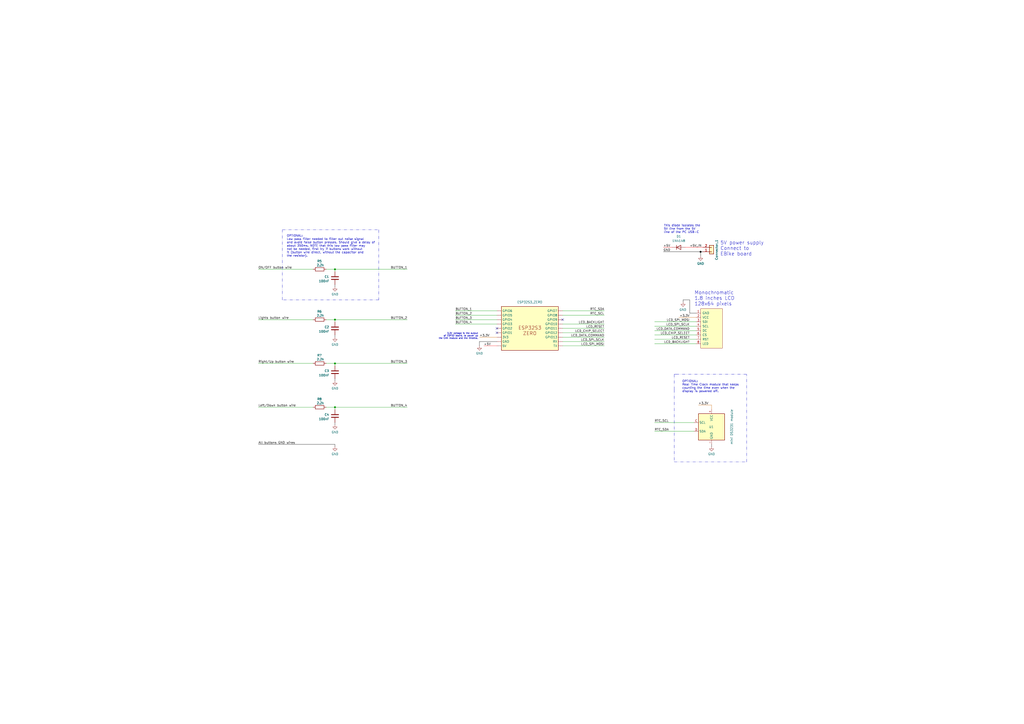
<source format=kicad_sch>
(kicad_sch (version 20250114) (generator "eeschema") (generator_version "9.0")
  (paper "A2")
  (lib_symbols
    (symbol "Connector_Generic:Conn_01x02" (pin_names (offset 1.016) (hide yes))
      (property "Reference" "J" (at 0 2.54 0))
      (property "Value" "Conn_01x02" (at 0 -5.08 0))
      (symbol "Conn_01x02_1_1"
        (rectangle (start -1.27 1.27) (end 1.27 -3.81) (stroke (width 0.254)) (fill (type background)))
        (rectangle (start -1.27 0.127) (end 0 -0.127) (stroke (width 0.1524)))
        (rectangle (start -1.27 -2.413) (end 0 -2.667) (stroke (width 0.1524)))
        (pin passive line (at -5.08 0 0) (length 3.81) (name "Pin_1") (number "1"))
        (pin passive line (at -5.08 -2.54 0) (length 3.81) (name "Pin_2") (number "2"))
      )
    )
    (symbol "Device:C" (pin_numbers (hide yes)) (pin_names (offset 0.254))
      (property "Reference" "C" (at 0.635 2.54 0))
      (property "Value" "C" (at 0.635 -2.54 0))
      (symbol "C_0_1"
        (polyline (pts (xy -2.032 0.762) (xy 2.032 0.762)) (stroke (width 0.508)))
        (polyline (pts (xy -2.032 -0.762) (xy 2.032 -0.762)) (stroke (width 0.508)))
      )
      (symbol "C_1_1"
        (pin passive line (at 0 3.81 270) (length 2.794) (name "~") (number "1"))
        (pin passive line (at 0 -3.81 90) (length 2.794) (name "~") (number "2"))
      )
    )
    (symbol "Device:R" (pin_numbers (hide yes)) (pin_names (offset 0))
      (property "Reference" "R" (at 2.032 0 90))
      (property "Value" "R" (at 0 0 90))
      (symbol "R_0_1"
        (rectangle (start -1.016 -2.54) (end 1.016 2.54) (stroke (width 0.254)))
      )
      (symbol "R_1_1"
        (pin passive line (at 0 3.81 270) (length 1.27) (name "~") (number "1"))
        (pin passive line (at 0 -3.81 90) (length 1.27) (name "~") (number "2"))
      )
    )
    (symbol "Diode:1N4148" (pin_numbers (hide yes)) (pin_names (hide yes))
      (property "Reference" "D" (at 0 2.54 0))
      (property "Value" "1N4148" (at 0 -2.54 0))
      (symbol "1N4148_0_1"
        (polyline (pts (xy -1.27 1.27) (xy -1.27 -1.27)) (stroke (width 0.254)))
        (polyline (pts (xy 1.27 1.27) (xy 1.27 -1.27) (xy -1.27 0) (xy 1.27 1.27)) (stroke (width 0.254)))
        (polyline (pts (xy 1.27 0) (xy -1.27 0)))
      )
      (symbol "1N4148_1_1"
        (pin passive line (at -3.81 0 0) (length 2.54) (name "K") (number "1"))
        (pin passive line (at 3.81 0 180) (length 2.54) (name "A") (number "2"))
      )
    )
    (symbol "esp32-s3-zero:ESP32-C3-MINI-1"
      (property "Reference" "U2" (at 0 17.78 0))
      (property "Value" "ESP32S3_ZERO" (at 0 15.24 0))
      (symbol "ESP32-C3-MINI-1_0_1"
        (rectangle (start -16.51 12.7) (end 16.51 -12.7) (stroke (width 0.254)) (fill (type background)))
      )
      (symbol "ESP32-C3-MINI-1_1_1"
        (text "ESP32S3\nZERO" (at 0 -1.27 0) (effects (font (size 2 2))))
        (pin bidirectional line (at -19.05 10.16 0) (length 2.54) (name "GPIO6") (number ""))
        (pin bidirectional line (at -19.05 7.62 0) (length 2.54) (name "GPIO5") (number ""))
        (pin bidirectional line (at -19.05 5.08 0) (length 2.54) (name "GPIO4") (number ""))
        (pin bidirectional line (at -19.05 2.54 0) (length 2.54) (name "GPIO3") (number ""))
        (pin bidirectional line (at -19.05 0 0) (length 2.54) (name "GPIO2") (number ""))
        (pin bidirectional line (at -19.05 -2.54 0) (length 2.54) (name "GPIO1") (number ""))
        (pin power_in line (at -19.05 -5.08 0) (length 2.54) (name "3V3") (number ""))
        (pin power_in line (at -19.05 -7.62 0) (length 2.54) (name "GND") (number ""))
        (pin power_in line (at -19.05 -10.16 0) (length 2.54) (name "5V") (number ""))
        (pin bidirectional line (at 19.05 10.16 180) (length 2.54) (name "GPIO7") (number ""))
        (pin bidirectional line (at 19.05 7.62 180) (length 2.54) (name "GPIO8") (number ""))
        (pin bidirectional line (at 19.05 5.08 180) (length 2.54) (name "GPIO9") (number ""))
        (pin bidirectional line (at 19.05 2.54 180) (length 2.54) (name "GPIO10") (number ""))
        (pin bidirectional line (at 19.05 0 180) (length 2.54) (name "GPIO11") (number ""))
        (pin bidirectional line (at 19.05 -2.54 180) (length 2.54) (name "GPIO12") (number ""))
        (pin bidirectional line (at 19.05 -5.08 180) (length 2.54) (name "GPIO13") (number ""))
        (pin bidirectional line (at 19.05 -7.62 180) (length 2.54) (name "RX") (number ""))
        (pin bidirectional line (at 19.05 -10.16 180) (length 2.54) (name "TX") (number ""))
      )
    )
    (symbol "mini_ds3231_module:mini_DS3231_module"
      (property "Reference" "U" (at -5.08 8.89 0))
      (property "Value" "DS3231" (at 5.588 0.508 0))
      (symbol "mini_DS3231_module_0_1"
        (rectangle (start -7.62 7.62) (end 7.62 -7.62) (stroke (width 0.254)) (fill (type background)))
      )
      (symbol "mini_DS3231_module_1_1"
        (pin input line (at -10.16 2.54 0) (length 2.54) (name "SCL") (number "C"))
        (pin bidirectional line (at -10.16 -2.54 0) (length 2.54) (name "SDA") (number "D"))
        (pin power_in line (at 0 10.16 270) (length 2.54) (name "VCC") (number "+"))
        (pin power_in line (at 0 -10.16 90) (length 2.54) (name "GND") (number "-"))
      )
    )
    (symbol "power:GND" (power) (pin_names (offset 0))
      (property "Value" "GND" (at 0 -3.81 0))
      (symbol "GND_0_1"
        (polyline (pts (xy 0 0) (xy 0 -1.27) (xy 1.27 -1.27) (xy 0 -2.54) (xy -1.27 -1.27) (xy 0 -1.27)))
      )
      (symbol "GND_1_1"
        (pin power_in line (at 0 0 270) (length 0) (hide yes) (name "GND") (number "1"))
      )
    )
    (symbol "schematic-OLED_SPI-Bafang_M500_M600-rescue:SSD1306-SPI-OLED-schematic-rescue" (pin_names (offset 1.016))
      (symbol "SSD1306-SPI-OLED-schematic-rescue_0_1"
        (rectangle (start -6.35 11.43) (end 6.35 -11.43) (fill (type background)))
      )
      (symbol "SSD1306-SPI-OLED-schematic-rescue_1_1"
        (pin input line (at -8.89 8.89 0) (length 2.54) (name "GND") (number "1"))
        (pin input line (at -8.89 6.35 0) (length 2.54) (name "VCC") (number "2"))
        (pin input line (at -8.89 3.81 0) (length 2.54) (name "SDI") (number "3"))
        (pin input line (at -8.89 1.27 0) (length 2.54) (name "SCL") (number "4"))
        (pin input line (at -8.89 -1.27 0) (length 2.54) (name "DC") (number "5"))
        (pin input line (at -8.89 -3.81 0) (length 2.54) (name "CS") (number "6"))
        (pin input line (at -8.89 -6.35 0) (length 2.54) (name "RST") (number "7"))
        (pin input line (at -8.89 -8.89 0) (length 2.54) (name "LED") (number "8"))
      )
    )
  )
  (text "3.3V voltage is the output\nof ESP32 board, to power up\nthe CAN module and the throttle." (at 277.368 196.85 0) (effects (font (size 0.889 0.889)) (justify right bottom)))
  (text "OPTIONAL:\nLow pass filter needed to filter out noise signal\nand avoid false button presses. Should give a delay of\nabout 350ms. NOTE that this low pass filter may\nnot be needed, first try if buttons work without\nit (button wire direct, without the capacitor and\nthe resistor).\n\n" (at 166.37 151.13 0) (effects (font (size 1.2 1.2)) (justify left bottom)))
  (text "OPTIONAL:\nReal Time Clock module that keeps\ncounting the time even when the\ndisplay is powered off.\n\n\n" (at 395.732 231.648 0) (effects (font (size 1.2 1.2)) (justify left bottom)))
  (text "5V power supply\nConnect to\nEBike board" (at 417.83 148.59 0) (effects (font (size 2.0066 2.0066)) (justify left bottom)))
  (text "Monochromatic\n1.8 inches LCD\n128x64 pixels" (at 402.844 177.546 0) (effects (font (size 2.0066 2.0066)) (justify left bottom)))
  (text "This diode isolates the\n5V line from the 5V\nline of the PC USB-C\n " (at 385.064 137.414 0) (effects (font (size 1.2 1.2)) (justify left bottom)))
  (junction (at 194.31 185.42))
  (junction (at 194.31 210.82))
  (junction (at 194.31 156.21))
  (junction (at 194.31 236.22))
  (junction (at 406.4 146.05) (color 0 0 0 1))
  (no_connect (at 288.29 193.04))
  (no_connect (at 326.39 185.42))
  (no_connect (at 288.29 190.5))
  (wire (pts (xy 350.52 182.88) (xy 326.39 182.88)))
  (wire (pts (xy 194.31 156.21) (xy 236.22 156.21)))
  (polyline (pts (xy 433.07 267.97) (xy 433.07 217.17)) (stroke (width 0) (type dash_dot_dot)))
  (wire (pts (xy 194.31 257.81) (xy 149.86 257.81)) (stroke (width 0) (color 0 0 0 1)))
  (wire (pts (xy 194.31 185.42) (xy 236.22 185.42)))
  (wire (pts (xy 350.52 193.04) (xy 326.39 193.04)))
  (wire (pts (xy 402.59 245.11) (xy 379.73 245.11)))
  (wire (pts (xy 264.16 180.34) (xy 288.29 180.34)))
  (polyline (pts (xy 219.71 133.35) (xy 219.71 173.99)) (stroke (width 0) (type dash_dot_dot)))
  (wire (pts (xy 403.86 186.69) (xy 379.73 186.69)))
  (wire (pts (xy 189.23 185.42) (xy 194.31 185.42)))
  (wire (pts (xy 280.67 200.66) (xy 288.29 200.66)) (stroke (width 0) (color 255 0 0 1)))
  (wire (pts (xy 350.52 198.12) (xy 326.39 198.12)))
  (wire (pts (xy 400.05 181.61) (xy 400.05 173.99)) (stroke (width 0) (color 0 0 0 1)))
  (wire (pts (xy 407.67 146.05) (xy 406.4 146.05)) (stroke (width 0) (color 0 0 0 1)))
  (wire (pts (xy 326.39 200.66) (xy 350.52 200.66)))
  (polyline (pts (xy 219.71 173.99) (xy 163.83 173.99)) (stroke (width 0) (type dash_dot_dot)))
  (wire (pts (xy 194.31 156.21) (xy 194.31 157.48)))
  (wire (pts (xy 189.23 156.21) (xy 194.31 156.21)))
  (wire (pts (xy 264.16 182.88) (xy 288.29 182.88)))
  (wire (pts (xy 400.05 173.99) (xy 396.24 173.99)) (stroke (width 0) (color 0 0 0 1)))
  (polyline (pts (xy 391.16 226.06) (xy 391.16 267.97)) (stroke (width 0) (type dash_dot_dot)))
  (wire (pts (xy 149.86 210.82) (xy 181.61 210.82)))
  (wire (pts (xy 350.52 187.96) (xy 326.39 187.96)))
  (wire (pts (xy 189.23 210.82) (xy 194.31 210.82)))
  (wire (pts (xy 194.31 194.31) (xy 194.31 195.58)) (stroke (width 0) (color 0 0 0 1)))
  (polyline (pts (xy 391.16 217.17) (xy 391.16 226.06)) (stroke (width 0) (type dash_dot_dot)))
  (wire (pts (xy 406.4 146.05) (xy 384.81 146.05)) (stroke (width 0) (color 0 0 0 1)))
  (wire (pts (xy 403.86 189.23) (xy 379.73 189.23)))
  (wire (pts (xy 194.31 165.1) (xy 194.31 166.37)) (stroke (width 0) (color 0 0 0 1)))
  (wire (pts (xy 350.52 180.34) (xy 326.39 180.34)))
  (wire (pts (xy 403.86 191.77) (xy 379.73 191.77)))
  (wire (pts (xy 403.86 181.61) (xy 400.05 181.61)) (stroke (width 0) (color 0 0 0 1)))
  (wire (pts (xy 412.75 257.81) (xy 412.75 259.08)) (stroke (width 0) (color 0 0 0 1)))
  (wire (pts (xy 194.31 185.42) (xy 194.31 186.69)))
  (wire (pts (xy 181.61 185.42) (xy 149.86 185.42)))
  (wire (pts (xy 194.31 245.11) (xy 194.31 246.38)) (stroke (width 0) (color 0 0 0 1)))
  (wire (pts (xy 194.31 210.82) (xy 236.22 210.82)))
  (wire (pts (xy 278.13 195.58) (xy 288.29 195.58)) (stroke (width 0) (color 204 102 0 1)))
  (wire (pts (xy 350.52 195.58) (xy 326.39 195.58)))
  (wire (pts (xy 194.31 257.81) (xy 194.31 259.08)) (stroke (width 0) (color 0 0 0 1)))
  (wire (pts (xy 189.23 236.22) (xy 194.31 236.22)))
  (wire (pts (xy 407.67 143.51) (xy 397.51 143.51)) (stroke (width 0) (color 255 0 0 1)))
  (polyline (pts (xy 163.83 133.35) (xy 219.71 133.35)) (stroke (width 0) (type dash_dot_dot)))
  (polyline (pts (xy 433.07 217.17) (xy 392.43 217.17)) (stroke (width 0) (type dash_dot_dot)))
  (wire (pts (xy 194.31 236.22) (xy 236.22 236.22)))
  (wire (pts (xy 396.24 173.99) (xy 396.24 175.26)) (stroke (width 0) (color 0 0 0 1)))
  (wire (pts (xy 406.4 146.05) (xy 406.4 148.59)) (stroke (width 0) (color 0 0 0 1)))
  (wire (pts (xy 350.52 190.5) (xy 326.39 190.5)))
  (polyline (pts (xy 163.83 173.99) (xy 163.83 133.35)) (stroke (width 0) (type dash_dot_dot)))
  (wire (pts (xy 403.86 196.85) (xy 379.73 196.85)))
  (wire (pts (xy 264.16 185.42) (xy 288.29 185.42)))
  (wire (pts (xy 181.61 156.21) (xy 149.86 156.21)))
  (wire (pts (xy 403.86 194.31) (xy 379.73 194.31)))
  (wire (pts (xy 412.75 234.95) (xy 412.75 237.49)) (stroke (width 0) (color 204 102 0 1)))
  (polyline (pts (xy 391.16 267.97) (xy 433.07 267.97)) (stroke (width 0) (type dash_dot_dot)))
  (wire (pts (xy 389.89 143.51) (xy 384.81 143.51)) (stroke (width 0) (color 255 0 0 1)))
  (wire (pts (xy 402.59 250.19) (xy 379.73 250.19)))
  (wire (pts (xy 264.16 187.96) (xy 288.29 187.96)))
  (wire (pts (xy 194.31 219.71) (xy 194.31 220.98)) (stroke (width 0) (color 0 0 0 1)))
  (wire (pts (xy 194.31 236.22) (xy 194.31 237.49)))
  (wire (pts (xy 412.75 234.95) (xy 405.13 234.95)) (stroke (width 0) (color 204 102 0 1)))
  (wire (pts (xy 149.86 236.22) (xy 181.61 236.22)))
  (polyline (pts (xy 392.43 217.17) (xy 391.16 217.17)) (stroke (width 0) (type dash_dot_dot)))
  (wire (pts (xy 278.13 198.12) (xy 288.29 198.12)) (stroke (width 0) (color 0 0 0 1)))
  (wire (pts (xy 403.86 199.39) (xy 379.73 199.39)))
  (wire (pts (xy 194.31 210.82) (xy 194.31 212.09)))
  (wire (pts (xy 278.13 198.12) (xy 278.13 200.66)) (stroke (width 0) (color 0 0 0 1)))
  (wire (pts (xy 403.86 184.15) (xy 393.7 184.15)) (stroke (width 0) (color 204 102 0 1)))
  (label "LCD_SPI_MOSI" (at 350.52 200.66 180))
  (label "+5V" (at 280.67 200.66 0))
  (label "ON{slash}OFF button wire" (at 149.86 156.21 0))
  (label "Left{slash}Down button wire" (at 149.86 236.22 0))
  (label "LCD_SPI_MOSI" (at 400.05 186.69 180))
  (label "LCD_SPI_SCLK" (at 400.05 189.23 180))
  (label "Right{slash}Up button wire" (at 149.86 210.82 0))
  (label "BUTTON_2" (at 236.22 185.42 180))
  (label "RTC_SDA" (at 350.52 180.34 180))
  (label "+5V_IN" (at 400.05 143.51 0))
  (label "+3.3V" (at 400.05 184.15 180))
  (label "LCD_BACKLIGHT" (at 400.05 199.39 180))
  (label "BUTTON_4" (at 264.16 187.96 0))
  (label "BUTTON_1" (at 264.16 180.34 0))
  (label "RTC_SCL" (at 350.52 182.88 180))
  (label "LCD_BACKLIGHT" (at 350.52 187.96 180))
  (label "GND" (at 384.81 146.05 0))
  (label "+3.3V" (at 405.13 234.95 0))
  (label "LCD_CHIP_SELECT" (at 350.52 193.04 180))
  (label "RTC_SDA" (at 379.73 250.19 0))
  (label "BUTTON_1" (at 236.22 156.21 180))
  (label "LCD_DATA_COMMAND" (at 400.05 191.77 180))
  (label "All buttons GND wires" (at 149.86 257.81 0))
  (label "BUTTON_4" (at 236.22 236.22 180))
  (label "BUTTON_3" (at 264.16 185.42 0))
  (label "LCD_DATA_COMMAND" (at 350.52 195.58 180))
  (label "LCD_RESET" (at 400.05 196.85 180))
  (label "LCD_CHIP_SELECT" (at 400.05 194.31 180))
  (label "+3.3V" (at 278.13 195.58 0))
  (label "Lights button wire" (at 149.86 185.42 0))
  (label "LCD_RESET" (at 350.52 190.5 180))
  (label "BUTTON_3" (at 236.22 210.82 180))
  (label "RTC_SCL" (at 379.73 245.11 0))
  (label "+5V" (at 384.81 143.51 0))
  (label "BUTTON_2" (at 264.16 182.88 0))
  (label "LCD_SPI_SCLK" (at 350.52 198.12 180))
  (symbol (lib_id "Diode:1N4148") (at 393.7 143.51 0) (mirror x) (unit 1)
    (property "Reference" "D1" (at 393.7 137.16 0))
    (property "Value" "1N4148" (at 393.7 139.7 0))
    (property "Footprint" "Diode_THT:D_DO-35_SOD27_P7.62mm_Horizontal" (effects (hide yes)))
    (property "Datasheet" "https://assets.nexperia.com/documents/data-sheet/1N4148_1N4448.pdf" (effects (hide yes)))
    (property "Description" "100V 0.15A standard switching diode, DO-35" (effects (hide yes)))
    (property "Sim.Device" "D" (effects (hide yes)))
    (property "Sim.Pins" "1=K 2=A" (effects (hide yes)))
  )
  (symbol (lib_id "power:GND") (at 412.75 259.08 0) (unit 1)
    (property "Reference" "#PWR08" (effects (hide yes)))
    (property "Value" "GND" (at 412.75 263.398 0))
  )
  (symbol (lib_id "mini_ds3231_module:mini_DS3231_module") (at 412.75 247.65 0) (unit 1)
    (property "Reference" "U1" (at 411.226 247.65 0) (effects (justify left)))
    (property "Value" "mini DS3231 module" (at 424.434 257.81 90) (effects (justify left)))
  )
  (symbol (lib_id "power:GND") (at 194.31 220.98 0) (unit 1)
    (property "Reference" "#PWR05" (effects (hide yes)))
    (property "Value" "GND" (at 194.31 225.298 0))
  )
  (symbol (lib_id "Connector_Generic:Conn_01x02") (at 412.75 146.05 0) (mirror x) (unit 1)
    (property "Reference" "J1" (effects (hide yes)))
    (property "Value" "Connector_1" (at 415.671 138.938 90) (effects (justify left)))
  )
  (symbol (lib_id "Device:C") (at 194.31 161.29 0) (unit 1)
    (property "Reference" "C1" (at 188.214 160.528 0) (effects (justify left)))
    (property "Value" "100nF" (at 184.912 163.068 0) (effects (justify left)))
  )
  (symbol (lib_id "Device:C") (at 194.31 241.3 0) (unit 1)
    (property "Reference" "C4" (at 188.214 240.538 0) (effects (justify left)))
    (property "Value" "100nF" (at 184.912 243.078 0) (effects (justify left)))
  )
  (symbol (lib_id "power:GND") (at 406.4 148.59 0) (mirror y) (unit 1)
    (property "Reference" "#PWR02" (effects (hide yes)))
    (property "Value" "GND" (at 406.4 152.908 0))
  )
  (symbol (lib_id "Device:R") (at 185.42 156.21 90) (unit 1)
    (property "Reference" "R5" (at 186.69 151.511 90) (effects (justify left)))
    (property "Value" "2.2k" (at 187.96 153.797 90) (effects (justify left)))
  )
  (symbol (lib_id "schematic-OLED_SPI-Bafang_M500_M600-rescue:SSD1306-SPI-OLED-schematic-rescue") (at 412.75 190.5 0) (unit 1)
    (property "Reference" "NA1" (effects (hide yes)))
    (property "Value" "Monochromatic_1.8 _inches_LCD_128x64_pixels" (effects (hide yes)))
  )
  (symbol (lib_id "Device:R") (at 185.42 185.42 90) (unit 1)
    (property "Reference" "R6" (at 186.69 180.721 90) (effects (justify left)))
    (property "Value" "2.2k" (at 187.96 183.007 90) (effects (justify left)))
  )
  (symbol (lib_id "power:GND") (at 194.31 166.37 0) (unit 1)
    (property "Reference" "#PWR03" (effects (hide yes)))
    (property "Value" "GND" (at 194.31 170.688 0))
  )
  (symbol (lib_id "power:GND") (at 194.31 246.38 0) (unit 1)
    (property "Reference" "#PWR06" (effects (hide yes)))
    (property "Value" "GND" (at 194.31 250.698 0))
  )
  (symbol (lib_id "Device:C") (at 194.31 215.9 0) (unit 1)
    (property "Reference" "C3" (at 188.214 215.138 0) (effects (justify left)))
    (property "Value" "100nF" (at 184.912 217.678 0) (effects (justify left)))
  )
  (symbol (lib_id "power:GND") (at 396.24 175.26 0) (mirror y) (unit 1)
    (property "Reference" "#PWR01" (effects (hide yes)))
    (property "Value" "GND" (at 396.113 179.6542 0))
  )
  (symbol (lib_id "esp32-s3-zero:ESP32-C3-MINI-1") (at 307.34 190.5 0) (unit 1)
    (property "Reference" "U3" (effects (hide yes)))
    (property "Value" "ESP32S3_ZERO" (at 307.34 175.26 0))
  )
  (symbol (lib_id "Device:C") (at 194.31 190.5 0) (unit 1)
    (property "Reference" "C2" (at 188.214 189.738 0) (effects (justify left)))
    (property "Value" "100nF" (at 184.912 192.278 0) (effects (justify left)))
  )
  (symbol (lib_id "power:GND") (at 194.31 195.58 0) (unit 1)
    (property "Reference" "#PWR04" (effects (hide yes)))
    (property "Value" "GND" (at 194.31 199.898 0))
  )
  (symbol (lib_id "power:GND") (at 278.13 200.66 0) (unit 1)
    (property "Reference" "#PWR09" (effects (hide yes)))
    (property "Value" "GND" (at 278.13 204.978 0))
  )
  (symbol (lib_id "power:GND") (at 194.31 259.08 0) (unit 1)
    (property "Reference" "#PWR07" (effects (hide yes)))
    (property "Value" "GND" (at 194.31 263.398 0))
  )
  (symbol (lib_id "Device:R") (at 185.42 210.82 90) (unit 1)
    (property "Reference" "R7" (at 186.69 206.121 90) (effects (justify left)))
    (property "Value" "2.2k" (at 187.96 208.407 90) (effects (justify left)))
  )
  (symbol (lib_id "Device:R") (at 185.42 236.22 90) (unit 1)
    (property "Reference" "R8" (at 186.69 231.521 90) (effects (justify left)))
    (property "Value" "2.2k" (at 187.96 233.807 90) (effects (justify left)))
  )
)
</source>
